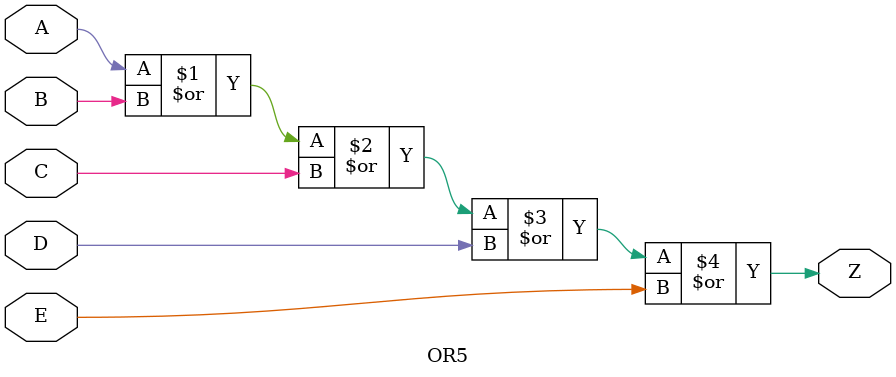
<source format=v>
`resetall
`timescale 1 ns / 1 ps

`celldefine

module OR5 (A, B, C, D, E, Z);
  input A, B, C, D, E;
  output Z;

  or (Z, A, B, C, D, E);


endmodule 

`endcelldefine

</source>
